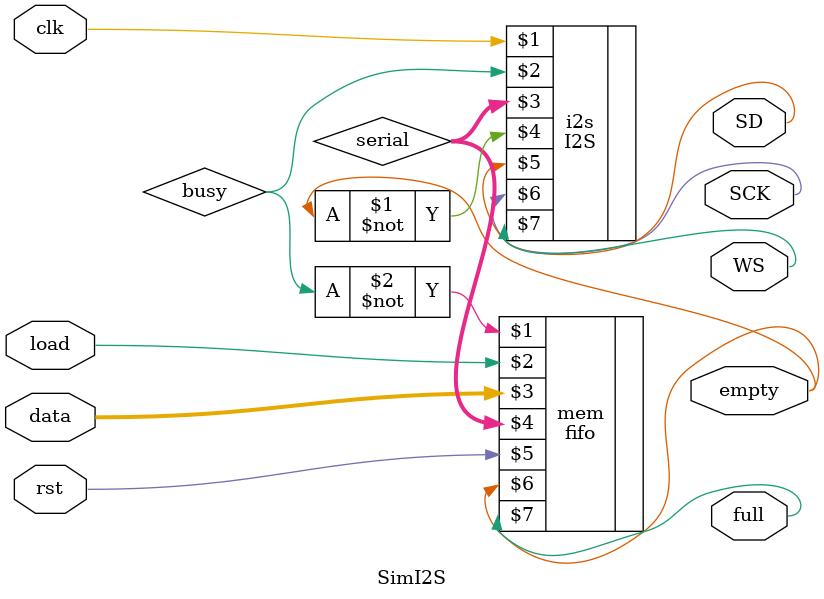
<source format=v>
module SimI2S #(parameter nBits = 32)
				(clk, load, rst, empty, full, SD, SCK, WS, data);
	input clk, load, rst;
	input [nBits-1:0] data;
	output empty, full, SD, SCK, WS;
	
	wire [nBits-1:0] serial;
	wire busy;
	
	I2S i2s(clk, busy, serial, ~empty, SD, SCK, WS);
	fifo mem(~busy, load, data, serial, rst, empty, full);
endmodule

</source>
